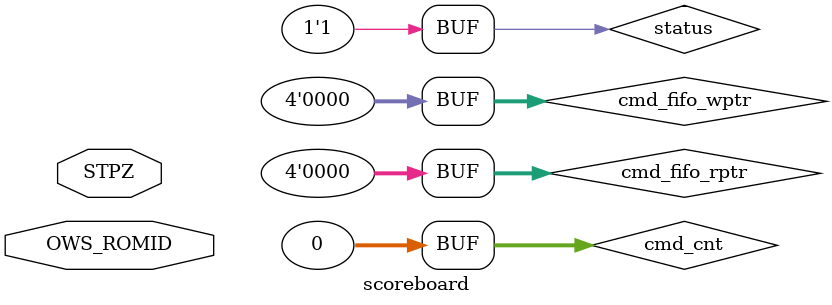
<source format=v>
`ifdef OW_SWITCH

module scoreboard (OWS_ROMID1, OWS_ROMID2, OWS_ROMID3, OWS_ROMID4, STPZ);

input [63:0] OWS_ROMID1;
input [63:0] OWS_ROMID2;
input [63:0] OWS_ROMID3;
input [63:0] OWS_ROMID4;

//Override the parameter in the ow_slave to make each have a unique ROMID.
defparam tb_ds1wm.xtc_ds1wm.xow_slave.xiox.p_romid = 64'h9507_6995_0483_5129;
defparam tb_ds1wm.xtc_ds1wm.xxow_slave.xiox.p_romid = 64'h0879_7695_8093_8271;
defparam tb_ds1wm.xtc_ds1wm.xxxow_slave.xiox.p_romid = 64'h2597_5695_5903_8281;
defparam tb_ds1wm.xtc_ds1wm.xxxxow_slave.xiox.p_romid = 64'h0879_7695_3493_8291;


`else
module scoreboard (OWS_ROMID, STPZ);

input [63:0] OWS_ROMID;
`endif

input	     STPZ;
//SWM Added so ow_slave would not pull low the ow when not selected

reg [7:0] exp_cmd_fifo   [0:15];


integer cmd_cnt;

reg [3:0] cmd_fifo_wptr;
reg [3:0] cmd_fifo_rptr;

reg status;
initial begin
   cmd_cnt = 0;
   cmd_fifo_wptr = 0;
   cmd_fifo_rptr = 0;
   status = 1;
end 
//-----------------------

task write_command_fifo (input [7:0] cmd);


begin

   exp_cmd_fifo[cmd_fifo_wptr] = cmd;
   cmd_cnt = cmd_cnt + 1;
   cmd_fifo_wptr = cmd_fifo_wptr + 1;

end

endtask

//-----------------------


task verify_command (input [7:0] cmd);

   reg [7:0] cmd;
begin
   if (cmd != exp_cmd_fifo[cmd_fifo_rptr]) begin
      $display("%t ERROR - Slave detected unexpected command:   expected command = %h, actual command = %h",$time, exp_cmd_fifo[cmd_fifo_rptr], cmd);
      status = 0;
   end
   cmd_cnt = cmd_cnt - 1;
   cmd_fifo_rptr = cmd_fifo_rptr + 1;
      
   
end

endtask

//-----------------------

`ifdef OW_SWITCH

task verify_romid(input [63:0] romid1, input [63:0] romid2, input [63:0] romid3, input [63:0] romid4);

integer romid1_cnt;   	//Make sure there is four distinct ROMIDs
integer romid2_cnt;
integer romid3_cnt;
integer romid4_cnt;

begin
romid1_cnt = 0;
romid2_cnt = 0;
romid3_cnt = 0;
romid4_cnt = 0;

$display("----------------Verifing that one of the four ROMIDs match expected!------------------");

	case(romid1)
	  OWS_ROMID1: begin
	              $display("First ROMID found is %h", OWS_ROMID1);
	              romid1_cnt = romid1_cnt+1;
		      end
	  OWS_ROMID2: begin
	  	      $display("First ROMID found is %h", OWS_ROMID2);
	              romid2_cnt = romid2_cnt+1;
		      end
	  OWS_ROMID3: begin
	              $display("First ROMID found is %h", OWS_ROMID3);
	              romid3_cnt = romid3_cnt+1;
		      end
	  OWS_ROMID4: begin
	              $display("First ROMID found is %h", OWS_ROMID4);
	  	      romid4_cnt = romid4_cnt+1;
		      end
	  default:   begin
	              $display("%t ERROR - Invalid First ROMID  - actual = %h",$time,  romid1);
		      status = 0;
		      end
	endcase
	
	case(romid2)
	  OWS_ROMID1: begin
	              $display("Second ROMID found is %h", OWS_ROMID1);
	              romid1_cnt = romid1_cnt+1;
		      end
	  OWS_ROMID2: begin 
	              $display("Second ROMID found is %h", OWS_ROMID2);
	              romid2_cnt = romid2_cnt+1;
		      end
	  OWS_ROMID3: begin
	              $display("Second ROMID found is %h", OWS_ROMID3);
	              romid3_cnt = romid3_cnt+1;
		      end
	  OWS_ROMID4: begin
	              $display("Second ROMID found is %h", OWS_ROMID4);
	              romid4_cnt = romid4_cnt+1;
		      end
	  default:   begin
	              $display("%t ERROR - Invalid Second ROMID  - actual = %h",$time,  romid2);
		      status = 0;
		      end
	endcase

	case(romid3)
	  OWS_ROMID1: begin
	              $display("Third ROMID found is %h", OWS_ROMID1);
	              romid1_cnt = romid1_cnt+1;
		      end
	  OWS_ROMID2: begin
	              $display("Third ROMID found is %h", OWS_ROMID2);
	              romid2_cnt = romid2_cnt+1;
		      end
	  OWS_ROMID3: begin
	              $display("Third ROMID found is %h", OWS_ROMID3);
	              romid3_cnt = romid3_cnt+1;
		      end
	  OWS_ROMID4: begin
	              $display("Third ROMID found is %h", OWS_ROMID4);
	              romid4_cnt = romid4_cnt+1;
		      end
	  default:   begin
	              $display("%t ERROR - Invalid Third ROMID  - actual = %h",$time,  romid3);
		      status = 0;
		      end
	endcase
   
	case(romid4)
	  OWS_ROMID1: begin
	              $display("Forth ROMID found is %h", OWS_ROMID1);
	              romid1_cnt = romid1_cnt+1;
		      end
	  OWS_ROMID2: begin 
	              $display("Forth ROMID found is %h", OWS_ROMID2);
	              romid2_cnt = romid2_cnt+1;
		      end
	  OWS_ROMID3: begin
	              $display("Forth ROMID found is %h", OWS_ROMID3);
	              romid3_cnt = romid3_cnt+1;
		      end
	  OWS_ROMID4: begin
	              $display("Forth ROMID found is %h", OWS_ROMID4);
	              romid4_cnt = romid4_cnt+1;
		      end
	  default:   begin
	              $display("%t ERROR - Invalid Forth ROMID  - actual = %h",$time,  romid4);
		      status = 0;
		      end
	endcase
   
   if (romid1_cnt!=1)
   begin
   status = 0;
   $display("%t ERROR - There was not four distinct ROMIDs",$time);
   end 
   if (romid2_cnt!=1)
   begin
   status = 0;
   $display("%t ERROR - There was not four distinct ROMIDs",$time);
   end 
   if (romid3_cnt!=1)
   begin
   status = 0;
   $display("%t ERROR - There was not four distinct ROMIDs",$time);
   end    
   if (romid4_cnt!=1)
   begin
   status = 0;
   $display("%t ERROR - There was not four distinct ROMIDs",$time);
   end 
end

endtask

`else

task verify_romid (input [63:0] romid);

begin

   if (romid != OWS_ROMID) begin
      $display("%t ERROR - Invalid ROMID  - expected  = %h, actual = %h",$time,  OWS_ROMID, romid);
      status = 0;
   end
end

endtask

`endif
//-----------------------

task verify_stpz_low;

begin
  if (STPZ == 1) begin
  	$display("%t ERROR - Signal STPZ expected was not set low",$time);
	status = 0;
  end
end

endtask  
	 
//-----------------------

task verify_stpz_high;

begin
  if (STPZ == 0) begin
  	$display("%t ERROR - Signal STPZ expected was not set high",$time);
	status = 0;
  end
end

endtask  

//-----------------------


task report_status();

begin

  if (cmd_cnt > 0) begin
     status = 0;
  end   
     
  $display("------------------------");
     
  if (status ==  1)
     $display("\t Test Passed");
  else    
     $display("\t Test Failed");
     
     
  $display("------------------------");
end
endtask
endmodule

</source>
